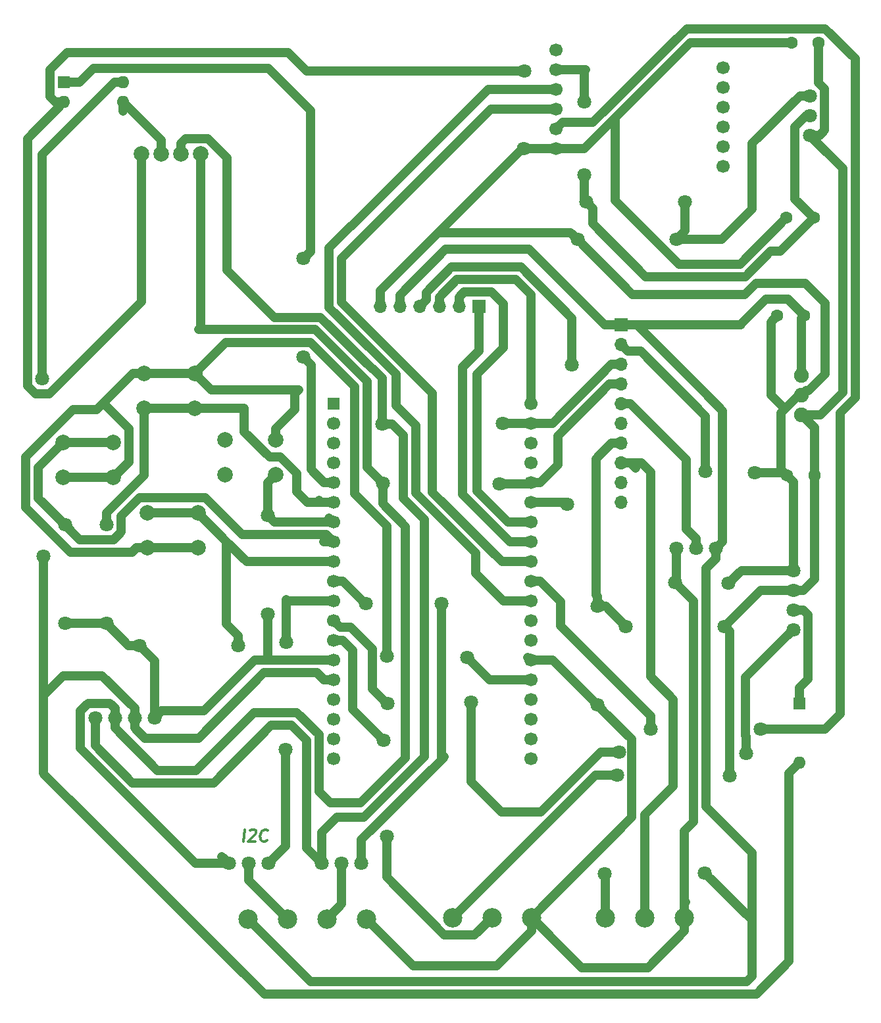
<source format=gbr>
G04 #@! TF.GenerationSoftware,KiCad,Pcbnew,(5.1.4)-1*
G04 #@! TF.CreationDate,2021-01-15T10:18:38-05:00*
G04 #@! TF.ProjectId,DATALITE,44415441-4c49-4544-952e-6b696361645f,rev?*
G04 #@! TF.SameCoordinates,Original*
G04 #@! TF.FileFunction,Copper,L1,Top*
G04 #@! TF.FilePolarity,Positive*
%FSLAX46Y46*%
G04 Gerber Fmt 4.6, Leading zero omitted, Abs format (unit mm)*
G04 Created by KiCad (PCBNEW (5.1.4)-1) date 2021-01-15 10:18:38*
%MOMM*%
%LPD*%
G04 APERTURE LIST*
%ADD10C,0.375000*%
%ADD11C,2.500000*%
%ADD12R,1.560000X1.560000*%
%ADD13C,1.700000*%
%ADD14C,1.600000*%
%ADD15C,1.800000*%
%ADD16R,1.700000X1.700000*%
%ADD17O,1.700000X1.700000*%
%ADD18C,2.000000*%
%ADD19R,1.600000X1.600000*%
%ADD20O,1.600000X1.600000*%
%ADD21C,1.905000*%
%ADD22C,1.200000*%
G04 APERTURE END LIST*
D10*
X29273549Y21271428D02*
X29461049Y22771428D01*
X30086049Y22628571D02*
X30166406Y22700000D01*
X30318191Y22771428D01*
X30675334Y22771428D01*
X30809263Y22700000D01*
X30871763Y22628571D01*
X30925334Y22485714D01*
X30907477Y22342857D01*
X30809263Y22128571D01*
X29844977Y21271428D01*
X30773549Y21271428D01*
X32291406Y21414285D02*
X32211049Y21342857D01*
X31987834Y21271428D01*
X31844977Y21271428D01*
X31639620Y21342857D01*
X31514620Y21485714D01*
X31461049Y21628571D01*
X31425334Y21914285D01*
X31452120Y22128571D01*
X31559263Y22414285D01*
X31648549Y22557142D01*
X31809263Y22700000D01*
X32032477Y22771428D01*
X32175334Y22771428D01*
X32380691Y22700000D01*
X32443191Y22628571D01*
D11*
X34930000Y11250000D03*
X40010000Y11250000D03*
X29850000Y11250000D03*
X45090000Y11250000D03*
D12*
X40850000Y77610000D03*
D13*
X40850000Y75070000D03*
X40850000Y31890000D03*
X40850000Y72530000D03*
X40850000Y69990000D03*
X40850000Y67450000D03*
X40850000Y64910000D03*
X40850000Y62370000D03*
X40850000Y59830000D03*
X40850000Y57290000D03*
X40850000Y54750000D03*
X40850000Y52210000D03*
X40850000Y49670000D03*
X40850000Y47130000D03*
X40850000Y44590000D03*
X40850000Y42050000D03*
X40850000Y39510000D03*
X40850000Y36970000D03*
X40850000Y34430000D03*
X66250000Y77610000D03*
X66250000Y75070000D03*
X66250000Y72530000D03*
X66250000Y69990000D03*
X66250000Y67450000D03*
X66250000Y64910000D03*
X66250000Y62370000D03*
X66250000Y59830000D03*
X66250000Y57290000D03*
X66250000Y54750000D03*
X66250000Y52210000D03*
X66250000Y49670000D03*
X66250000Y47130000D03*
X66250000Y44590000D03*
X66250000Y42050000D03*
X66250000Y39510000D03*
X66250000Y36970000D03*
X66250000Y34430000D03*
X66250000Y31890000D03*
D14*
X99250000Y68350000D03*
X102750000Y68350000D03*
X103300000Y124100000D03*
X99800000Y124100000D03*
X102650000Y101550000D03*
X99150000Y101550000D03*
X97950000Y88950000D03*
X101450000Y88950000D03*
D13*
X69500000Y110450000D03*
X69500000Y112990000D03*
X69500000Y115530000D03*
X69500000Y118070000D03*
X69500000Y120610000D03*
X69500000Y123150000D03*
X91000000Y108150000D03*
X91000000Y110690000D03*
X91000000Y113230000D03*
X91000000Y115770000D03*
X91000000Y118310000D03*
X91000000Y120850000D03*
D15*
X84950000Y58950000D03*
X87490000Y58950000D03*
X90030000Y58950000D03*
D16*
X59550000Y90150000D03*
D17*
X57010000Y90150000D03*
X54470000Y90150000D03*
X51930000Y90150000D03*
X49390000Y90150000D03*
X46850000Y90150000D03*
D16*
X77850000Y87750000D03*
D17*
X77850000Y85210000D03*
X77850000Y82670000D03*
X77850000Y80130000D03*
X77850000Y77590000D03*
X77850000Y75050000D03*
X77850000Y72510000D03*
X77850000Y69970000D03*
X77850000Y67430000D03*
X77850000Y64890000D03*
D15*
X10200000Y37150000D03*
X12740000Y37150000D03*
X15280000Y37150000D03*
X17820000Y37150000D03*
X100050000Y56150000D03*
X100050000Y53610000D03*
X100050000Y51070000D03*
X100050000Y48530000D03*
X39370000Y18400000D03*
X41910000Y18400000D03*
X44450000Y18400000D03*
X32500000Y18400000D03*
X29960000Y18400000D03*
X27420000Y18400000D03*
D11*
X75840000Y11450000D03*
X80920000Y11450000D03*
X86000000Y11450000D03*
X66360000Y11450000D03*
X61280000Y11450000D03*
X56200000Y11450000D03*
D15*
X37000000Y96300000D03*
X37000000Y83600000D03*
X72250000Y98750000D03*
X84950000Y98750000D03*
X73350000Y103650000D03*
X86050000Y103650000D03*
X91200000Y48950000D03*
X78500000Y48950000D03*
X74800000Y38850000D03*
X74800000Y51550000D03*
X6300000Y49300000D03*
X6300000Y62000000D03*
X11650000Y49300000D03*
X11650000Y62000000D03*
X28600000Y46450000D03*
X15900000Y46450000D03*
X32400000Y63250000D03*
X32400000Y50550000D03*
D18*
X6050000Y68100000D03*
X6050000Y72600000D03*
X12550000Y68100000D03*
X12550000Y72600000D03*
X23000000Y81500000D03*
X23000000Y77000000D03*
X16500000Y81500000D03*
X16500000Y77000000D03*
X23400000Y63550000D03*
X23400000Y59050000D03*
X16900000Y63550000D03*
X16900000Y59050000D03*
X26900000Y68450000D03*
X26900000Y72950000D03*
X33400000Y68450000D03*
X33400000Y72950000D03*
D19*
X6200000Y119000000D03*
D20*
X13820000Y116460000D03*
X6200000Y116460000D03*
X13820000Y119000000D03*
D21*
X101100000Y76200000D03*
X101100000Y78740000D03*
X101100000Y81280000D03*
D18*
X23750000Y109750000D03*
X21210000Y109750000D03*
X16130000Y109750000D03*
X18670000Y109750000D03*
D15*
X102150000Y117250000D03*
X102150000Y114710000D03*
X102150000Y112170000D03*
D19*
X100800000Y39000000D03*
D20*
X100800000Y31380000D03*
D15*
X95050000Y68750000D03*
X88700000Y68900000D03*
X65350000Y110500000D03*
X65450000Y120450000D03*
X47800000Y39050000D03*
X58550000Y39150000D03*
X77650000Y32750000D03*
X94000000Y32550000D03*
X88650000Y17150000D03*
X75800000Y17050000D03*
X91700000Y54500000D03*
X84800000Y54600000D03*
X54750000Y51900000D03*
X45000000Y51900000D03*
X34800000Y46850000D03*
X34700000Y33100000D03*
X47350000Y34250000D03*
X47700000Y21900000D03*
X91850000Y29700000D03*
X77350000Y29800000D03*
X95800000Y35750000D03*
X81650000Y35750000D03*
X73100000Y116500000D03*
X73100000Y107050000D03*
X47750000Y45100000D03*
X58050000Y44950000D03*
X3550000Y57950000D03*
X3400000Y80800000D03*
X47100000Y75000000D03*
X47200000Y67400000D03*
X62200000Y67250000D03*
X62600000Y75050000D03*
X71550000Y82600000D03*
X70950000Y64700000D03*
D22*
X6300000Y49300000D02*
X11650000Y49300000D01*
X32400000Y44780000D02*
X32590000Y44590000D01*
X32400000Y50550000D02*
X32400000Y44780000D01*
X30740000Y44590000D02*
X32590000Y44590000D01*
X32590000Y44590000D02*
X40850000Y44590000D01*
X14500000Y46450000D02*
X11650000Y49300000D01*
X15900000Y46450000D02*
X14500000Y46450000D01*
X98450001Y69149999D02*
X99250000Y68350000D01*
X98450001Y76439703D02*
X98450001Y69149999D01*
X101100000Y78740000D02*
X100750298Y78740000D01*
X46850000Y92162754D02*
X46850000Y90150000D01*
X69500000Y110450000D02*
X65137246Y110450000D01*
X6599998Y122800000D02*
X27765787Y122800000D01*
X4399999Y120600001D02*
X6599998Y122800000D01*
X4399999Y117128631D02*
X4399999Y120600001D01*
X5068630Y116460000D02*
X4399999Y117128631D01*
X6200000Y116460000D02*
X5068630Y116460000D01*
X103422792Y112170000D02*
X102150000Y112170000D01*
X104050001Y112797209D02*
X103422792Y112170000D01*
X104050001Y118162001D02*
X104050001Y112797209D01*
X103300000Y118912002D02*
X104050001Y118162001D01*
X103300000Y124100000D02*
X103300000Y118912002D01*
X102750000Y74550000D02*
X101100000Y76200000D01*
X102750000Y68350000D02*
X102750000Y74550000D01*
X104450001Y109869999D02*
X103049999Y111270001D01*
X70702081Y120610000D02*
X69500000Y120610000D01*
X97112753Y97249999D02*
X93862745Y93999990D01*
X98349999Y97249999D02*
X97112753Y97249999D01*
X102650000Y101550000D02*
X98349999Y97249999D01*
X101660000Y114710000D02*
X102150000Y114710000D01*
X100249999Y113299999D02*
X101660000Y114710000D01*
X100249999Y103950001D02*
X100249999Y113299999D01*
X102650000Y101550000D02*
X100249999Y103950001D01*
X101100000Y88600000D02*
X101450000Y88950000D01*
X101100000Y81280000D02*
X101100000Y88600000D01*
X79900000Y87750000D02*
X77850000Y87750000D01*
X88780000Y78870000D02*
X79900000Y87750000D01*
X75800000Y87750000D02*
X72350000Y91200000D01*
X72350000Y91200000D02*
X71549999Y92000001D01*
X75800000Y87750000D02*
X77850000Y87750000D01*
X66062746Y97487254D02*
X75800000Y87750000D01*
X55287254Y97487254D02*
X66062746Y97487254D01*
X49390000Y90150000D02*
X49390000Y91590000D01*
X49390000Y91590000D02*
X55287254Y97487254D01*
X77850000Y77590000D02*
X79052081Y77590000D01*
X66250000Y59830000D02*
X65047919Y59830000D01*
X61200001Y92000001D02*
X62750000Y90450002D01*
X57657920Y92000001D02*
X61200001Y92000001D01*
X57010000Y90150000D02*
X57010000Y91352081D01*
X57010000Y91352081D02*
X57657920Y92000001D01*
X65047919Y62370000D02*
X66250000Y62370000D01*
X66250000Y62370000D02*
X63330000Y62370000D01*
X63330000Y62370000D02*
X59350000Y66350000D01*
X59350000Y66350000D02*
X59350000Y81400000D01*
X62750000Y84800000D02*
X62750000Y90450002D01*
X59350000Y81400000D02*
X62750000Y84800000D01*
X56717930Y93600011D02*
X64349989Y93600011D01*
X54470000Y90150000D02*
X54470000Y91352081D01*
X54470000Y91352081D02*
X56717930Y93600011D01*
X66250000Y91700000D02*
X66250000Y77610000D01*
X64349989Y93600011D02*
X66250000Y91700000D01*
X71550000Y83872792D02*
X71550000Y82600000D01*
X71550000Y88662755D02*
X71550000Y83872792D01*
X65012734Y95200021D02*
X71550000Y88662755D01*
X52779999Y91924834D02*
X56055185Y95200021D01*
X52779999Y90999999D02*
X52779999Y91924834D01*
X56055185Y95200021D02*
X65012734Y95200021D01*
X51930000Y90150000D02*
X52779999Y90999999D01*
X70740000Y64910000D02*
X70950000Y64700000D01*
X66250000Y64910000D02*
X70740000Y64910000D01*
X67452081Y75070000D02*
X66250000Y75070000D01*
X69047919Y75070000D02*
X67452081Y75070000D01*
X76647919Y82670000D02*
X69047919Y75070000D01*
X77850000Y82670000D02*
X76647919Y82670000D01*
X62620000Y75070000D02*
X62600000Y75050000D01*
X66250000Y75070000D02*
X62620000Y75070000D01*
X21795788Y111750001D02*
X21210000Y111164213D01*
X24710001Y111750001D02*
X21795788Y111750001D01*
X21210000Y111164213D02*
X21210000Y109750000D01*
X27200000Y94800000D02*
X27200000Y109260002D01*
X33249990Y88750010D02*
X27200000Y94800000D01*
X27200000Y109260002D02*
X24710001Y111750001D01*
X76370674Y80130000D02*
X77850000Y80130000D01*
X69750000Y73509326D02*
X76370674Y80130000D01*
X69750000Y69747919D02*
X69750000Y73509326D01*
X66250000Y67450000D02*
X67452081Y67450000D01*
X67452081Y67450000D02*
X69750000Y69747919D01*
X66050000Y67250000D02*
X66250000Y67450000D01*
X62200000Y67250000D02*
X66050000Y67250000D01*
X8200000Y119000000D02*
X6200000Y119000000D01*
X10000001Y120800001D02*
X8200000Y119000000D01*
X32499999Y120800001D02*
X10000001Y120800001D01*
X37899999Y115400001D02*
X32499999Y120800001D01*
X37000000Y96300000D02*
X37899999Y97199999D01*
X37899999Y97199999D02*
X37899999Y115400001D01*
X37899999Y82700001D02*
X37000000Y83600000D01*
X37960009Y82639991D02*
X37899999Y82700001D01*
X37960009Y69137910D02*
X37960009Y82639991D01*
X39647919Y67450000D02*
X37960009Y69137910D01*
X40850000Y67450000D02*
X39647919Y67450000D01*
X40850000Y59830000D02*
X39647919Y59830000D01*
X5050001Y71600001D02*
X6050000Y72600000D01*
X2850000Y69400000D02*
X5050001Y71600001D01*
X2850000Y65450000D02*
X2850000Y69400000D01*
X6300000Y62000000D02*
X2850000Y65450000D01*
X12550000Y72600000D02*
X6050000Y72600000D01*
X7199999Y61100001D02*
X6300000Y62000000D01*
X8200001Y60099999D02*
X7199999Y61100001D01*
X12562001Y60099999D02*
X8200001Y60099999D01*
X15939999Y65550001D02*
X13550001Y63160003D01*
X29140012Y60769990D02*
X24360001Y65550001D01*
X13550001Y63160003D02*
X13550001Y61087999D01*
X39910010Y60769990D02*
X29140012Y60769990D01*
X13550001Y61087999D02*
X12562001Y60099999D01*
X24360001Y65550001D02*
X15939999Y65550001D01*
X40850000Y59830000D02*
X39910010Y60769990D01*
X29400000Y73989998D02*
X29400000Y77000000D01*
X32629995Y70760003D02*
X29400000Y73989998D01*
X40850000Y64910000D02*
X39247262Y64910000D01*
X39247262Y64910000D02*
X38999999Y65157263D01*
X23000000Y77000000D02*
X29400000Y77000000D01*
X16500000Y77000000D02*
X16500000Y71550000D01*
X16500000Y68372756D02*
X16500000Y71550000D01*
X11650000Y63522756D02*
X16500000Y68372756D01*
X11650000Y62000000D02*
X11650000Y63522756D01*
X16500000Y77000000D02*
X23000000Y77000000D01*
X40850000Y64910000D02*
X37490000Y64910000D01*
X37490000Y64910000D02*
X36150000Y66250000D01*
X34049999Y70760003D02*
X32629995Y70760003D01*
X36150000Y68660002D02*
X34049999Y70760003D01*
X36150000Y66250000D02*
X36150000Y68660002D01*
X29660000Y57290000D02*
X40850000Y57290000D01*
X27049999Y59799999D02*
X27100000Y59850000D01*
X27049999Y49272793D02*
X27049999Y59799999D01*
X28600000Y47722792D02*
X27049999Y49272793D01*
X28600000Y46450000D02*
X28600000Y47722792D01*
X23400000Y63550000D02*
X27100000Y59850000D01*
X27100000Y59850000D02*
X29660000Y57290000D01*
X23400000Y63550000D02*
X16900000Y63550000D01*
X40320000Y62900000D02*
X40850000Y62370000D01*
X39647919Y62370000D02*
X40850000Y62370000D01*
X36969998Y62370000D02*
X39647919Y62370000D01*
X33280000Y62370000D02*
X32400000Y63250000D01*
X40850000Y62370000D02*
X33280000Y62370000D01*
X32400000Y67450000D02*
X33400000Y68450000D01*
X32400000Y63250000D02*
X32400000Y67450000D01*
X1249990Y70759992D02*
X7339998Y76850000D01*
X1249990Y64238008D02*
X1249990Y70759992D01*
X6988009Y58499989D02*
X1249990Y64238008D01*
X14935776Y58499989D02*
X6988009Y58499989D01*
X15485787Y59050000D02*
X14935776Y58499989D01*
X16900000Y59050000D02*
X15485787Y59050000D01*
X16900000Y59050000D02*
X23400000Y59050000D01*
X6050000Y68100000D02*
X12550000Y68100000D01*
X35900001Y78930003D02*
X36359999Y79390001D01*
X25109999Y79390001D02*
X23000000Y81500000D01*
X36359999Y79390001D02*
X25109999Y79390001D01*
X10435787Y76850000D02*
X7339998Y76850000D01*
X16500000Y81500000D02*
X15085787Y81500000D01*
X16500000Y81500000D02*
X23000000Y81500000D01*
X14550001Y74399999D02*
X11267894Y77682106D01*
X14550001Y70100001D02*
X14550001Y74399999D01*
X12550000Y68100000D02*
X14550001Y70100001D01*
X15085787Y81500000D02*
X11267894Y77682106D01*
X11267894Y77682106D02*
X10435787Y76850000D01*
X35900001Y76864214D02*
X35900001Y78930003D01*
X33400000Y74364213D02*
X35900001Y76864214D01*
X33400000Y72950000D02*
X33400000Y74364213D01*
X47750000Y46372792D02*
X47750000Y45100000D01*
X27000001Y85500001D02*
X37912001Y85500001D01*
X23000000Y81500000D02*
X27000001Y85500001D01*
X65890000Y44950000D02*
X66250000Y44590000D01*
X100049999Y67550001D02*
X99250000Y68350000D01*
X100050000Y56150000D02*
X100049999Y67550001D01*
X69060000Y44590000D02*
X74800000Y38850000D01*
X66250000Y44590000D02*
X69060000Y44590000D01*
X54337245Y99649999D02*
X54168623Y99481377D01*
X71350001Y99649999D02*
X54337245Y99649999D01*
X72250000Y98750000D02*
X71350001Y99649999D01*
X65137246Y110450000D02*
X54168623Y99481377D01*
X54168623Y99481377D02*
X46850000Y92162754D01*
X86800000Y124100000D02*
X99800000Y124100000D01*
X69500000Y110450000D02*
X73150000Y110450000D01*
X77150000Y103737998D02*
X77150000Y114450000D01*
X85287998Y95600000D02*
X77150000Y103737998D01*
X93200000Y95600000D02*
X85287998Y95600000D01*
X99150000Y101550000D02*
X93200000Y95600000D01*
X73150000Y110450000D02*
X77150000Y114450000D01*
X77150000Y114450000D02*
X86800000Y124100000D01*
X67609999Y10200001D02*
X66360000Y11450000D01*
X68610001Y9199999D02*
X67609999Y10200001D01*
X86000000Y9682234D02*
X81317766Y5000000D01*
X86000000Y11450000D02*
X86000000Y9682234D01*
X72810000Y5000000D02*
X66360000Y11450000D01*
X81317766Y5000000D02*
X72810000Y5000000D01*
X75699999Y37950001D02*
X74800000Y38850000D01*
X79250001Y34399999D02*
X75699999Y37950001D01*
X79250001Y24340001D02*
X79250001Y34399999D01*
X66360000Y11450000D02*
X79250001Y24340001D01*
X66360000Y9682234D02*
X61877766Y5200000D01*
X66360000Y11450000D02*
X66360000Y9682234D01*
X51140000Y5200000D02*
X45090000Y11250000D01*
X61877766Y5200000D02*
X51140000Y5200000D01*
X17820000Y44530000D02*
X17820000Y37150000D01*
X15900000Y46450000D02*
X17820000Y44530000D01*
X24199999Y38049999D02*
X30740000Y44590000D01*
X18719999Y38049999D02*
X24199999Y38049999D01*
X17820000Y37150000D02*
X18719999Y38049999D01*
X16130000Y108335787D02*
X16130000Y109750000D01*
X16130000Y90717998D02*
X16130000Y108335787D01*
X4312001Y78899999D02*
X16130000Y90717998D01*
X2487999Y78899999D02*
X4312001Y78899999D01*
X1499999Y79887999D02*
X2487999Y78899999D01*
X1499999Y111759999D02*
X1499999Y79887999D01*
X6200000Y116460000D02*
X1499999Y111759999D01*
X84950000Y54750000D02*
X84800000Y54600000D01*
X84950000Y58950000D02*
X84950000Y54750000D01*
X93350000Y56150000D02*
X100050000Y56150000D01*
X91700000Y54500000D02*
X93350000Y56150000D01*
X86000000Y13217766D02*
X86000000Y11450000D01*
X86200008Y13417774D02*
X86000000Y13217766D01*
X86000000Y11450000D02*
X86000000Y22550000D01*
X85699999Y53700001D02*
X84800000Y54600000D01*
X87179990Y52220010D02*
X85699999Y53700001D01*
X87179990Y23729990D02*
X87179990Y52220010D01*
X86000000Y22550000D02*
X87179990Y23729990D01*
X97150001Y78749999D02*
X98955149Y76944851D01*
X97150001Y88150001D02*
X97150001Y78749999D01*
X97950000Y88950000D02*
X97150001Y88150001D01*
X100750298Y78740000D02*
X98955149Y76944851D01*
X98955149Y76944851D02*
X98450001Y76439703D01*
X102037201Y79327499D02*
X104100000Y81390298D01*
X101677499Y79327499D02*
X102037201Y79327499D01*
X101100000Y78740000D02*
X101100000Y78750000D01*
X101100000Y78750000D02*
X101677499Y79327499D01*
X104100000Y81390298D02*
X104100000Y90600000D01*
X95225510Y93100000D02*
X93775510Y91650000D01*
X104100000Y90600000D02*
X101600000Y93100000D01*
X101600000Y93100000D02*
X95225510Y93100000D01*
X79350000Y91650000D02*
X72250000Y98750000D01*
X93775510Y91650000D02*
X79350000Y91650000D01*
X37400000Y120450000D02*
X35050000Y122800000D01*
X65450000Y120450000D02*
X37400000Y120450000D01*
X27765787Y122800000D02*
X35050000Y122800000D01*
X78699999Y84360001D02*
X80389999Y84360001D01*
X77850000Y85210000D02*
X78699999Y84360001D01*
X88700000Y76050000D02*
X88700000Y68900000D01*
X80389999Y84360001D02*
X88700000Y76050000D01*
X98850000Y68750000D02*
X99250000Y68350000D01*
X95050000Y68750000D02*
X98850000Y68750000D01*
X74550000Y29800000D02*
X77350000Y29800000D01*
X56200000Y11450000D02*
X74550000Y29800000D01*
X95860000Y53610000D02*
X100050000Y53610000D01*
X91200000Y48950000D02*
X95860000Y53610000D01*
X91850000Y48300000D02*
X91200000Y48950000D01*
X91850000Y29700000D02*
X91850000Y48300000D01*
X102750000Y67218630D02*
X102750000Y68350000D01*
X102750000Y55037208D02*
X102750000Y67218630D01*
X101322792Y53610000D02*
X102750000Y55037208D01*
X100050000Y53610000D02*
X101322792Y53610000D01*
X103049999Y111270001D02*
X102150000Y112170000D01*
X101100000Y76200000D02*
X103550000Y76200000D01*
X103550000Y76200000D02*
X106400000Y79050000D01*
X106400000Y107920000D02*
X102150000Y112170000D01*
X106400000Y79050000D02*
X106400000Y107920000D01*
X69500000Y120610000D02*
X73290000Y120610000D01*
X73100000Y120420000D02*
X73100000Y116500000D01*
X73290000Y120610000D02*
X73100000Y120420000D01*
X73100000Y103900000D02*
X73350000Y103650000D01*
X73100000Y107050000D02*
X73100000Y103900000D01*
X74249999Y102750001D02*
X74249999Y100800001D01*
X73350000Y103650000D02*
X74249999Y102750001D01*
X81050010Y93999990D02*
X87799990Y93999990D01*
X74249999Y100800001D02*
X81050010Y93999990D01*
X93862745Y93999990D02*
X87799990Y93999990D01*
X87799990Y93999990D02*
X86650010Y93999990D01*
X94750000Y19750000D02*
X88780000Y25720000D01*
X29850000Y11250000D02*
X34500000Y6600000D01*
X37899990Y3200010D02*
X94050010Y3200010D01*
X29850000Y11250000D02*
X37899990Y3200010D01*
X94050010Y3200010D02*
X94750000Y3900000D01*
X94750000Y13550000D02*
X94750000Y13600000D01*
X94750000Y13600000D02*
X94750000Y19750000D01*
X88780000Y25720000D02*
X88780000Y40067998D01*
X90929999Y76720001D02*
X88780000Y78870000D01*
X90929999Y59849999D02*
X90929999Y76720001D01*
X90030000Y58950000D02*
X90929999Y59849999D01*
X88780000Y56427208D02*
X88780000Y40067998D01*
X90030000Y57677208D02*
X88780000Y56427208D01*
X90030000Y58950000D02*
X90030000Y57677208D01*
X75840000Y17010000D02*
X75800000Y17050000D01*
X75840000Y11450000D02*
X75840000Y17010000D01*
X94600000Y11200000D02*
X94750000Y11200000D01*
X88650000Y17150000D02*
X94600000Y11200000D01*
X94750000Y3900000D02*
X94750000Y11200000D01*
X94750000Y11200000D02*
X94750000Y13600000D01*
X96500000Y91050000D02*
X93200000Y87750000D01*
X99350000Y91050000D02*
X96500000Y91050000D01*
X101450000Y88950000D02*
X99350000Y91050000D01*
X93282962Y87750000D02*
X93200000Y87750000D01*
X93200000Y87750000D02*
X79900000Y87750000D01*
X81650001Y37199999D02*
X81650001Y37399999D01*
X81650001Y37399999D02*
X70050000Y49000000D01*
X67452081Y54750000D02*
X66250000Y54750000D01*
X70050000Y52152081D02*
X67452081Y54750000D01*
X70050000Y49000000D02*
X70050000Y52152081D01*
X81650001Y37022793D02*
X81650001Y37399999D01*
X81650000Y35750000D02*
X81650001Y37022793D01*
X70349999Y113839999D02*
X69500000Y112990000D01*
X86337247Y125900001D02*
X74277245Y113839999D01*
X104164001Y125900001D02*
X86337247Y125900001D01*
X95800000Y35750000D02*
X104150000Y35750000D01*
X104150000Y35750000D02*
X106050011Y37650011D01*
X106050011Y37650011D02*
X106050011Y76437257D01*
X106050011Y76437257D02*
X108000010Y78387255D01*
X74277245Y113839999D02*
X70349999Y113839999D01*
X108000010Y78387255D02*
X108000010Y122063992D01*
X108000010Y122063992D02*
X104164001Y125900001D01*
X69500000Y115530000D02*
X61080000Y115530000D01*
X41900000Y90675508D02*
X53600000Y78975508D01*
X61080000Y115530000D02*
X41900000Y96350000D01*
X41900000Y96350000D02*
X41900000Y90675508D01*
X65047919Y57290000D02*
X66250000Y57290000D01*
X62535509Y57290000D02*
X65047919Y57290000D01*
X53600000Y66225509D02*
X62535509Y57290000D01*
X53600000Y78975508D02*
X53600000Y66225509D01*
X60770000Y118070000D02*
X69500000Y118070000D01*
X43150000Y100450000D02*
X60770000Y118070000D01*
X43150000Y100450000D02*
X43100000Y100450000D01*
X43100000Y100450000D02*
X40300000Y97650000D01*
X40300000Y97650000D02*
X40300000Y90012754D01*
X40300000Y90012754D02*
X45931377Y84381377D01*
X45931377Y84381377D02*
X48462754Y81850000D01*
X48900000Y81412754D02*
X45931377Y84381377D01*
X48900000Y77400000D02*
X48900000Y81412754D01*
X51450010Y74849990D02*
X48900000Y77400000D01*
X51450010Y66112745D02*
X51450010Y74849990D01*
X65047919Y52210000D02*
X65007919Y52250000D01*
X66250000Y52210000D02*
X65047919Y52210000D01*
X65007919Y52250000D02*
X62700000Y52250000D01*
X62700000Y52250000D02*
X59206377Y55743623D01*
X59206377Y55743623D02*
X59206377Y58356377D01*
X59206377Y58356377D02*
X51450010Y66112745D01*
X79052081Y77590000D02*
X86240000Y70402081D01*
X86240000Y61472792D02*
X86240000Y70402081D01*
X87490000Y60222792D02*
X86240000Y61472792D01*
X87490000Y58950000D02*
X87490000Y60222792D01*
X59550000Y84400000D02*
X59550000Y90150000D01*
X63607246Y59830000D02*
X63870000Y59830000D01*
X57500000Y65937246D02*
X63607246Y59830000D01*
X57500000Y82350000D02*
X57500000Y65937246D01*
X57500000Y82350000D02*
X59550000Y84400000D01*
X63870000Y59830000D02*
X66250000Y59830000D01*
X48372792Y75000000D02*
X49850000Y73522792D01*
X49850000Y73522792D02*
X49850000Y65450000D01*
X47100000Y75000000D02*
X48372792Y75000000D01*
X49850000Y65450000D02*
X52600000Y62700000D01*
X45875252Y82074768D02*
X39200010Y88750010D01*
X45975232Y82074768D02*
X45875252Y82074768D01*
X47100000Y80950000D02*
X45975232Y82074768D01*
X47100000Y75000000D02*
X47100000Y80950000D01*
X39200010Y88750010D02*
X33249990Y88750010D01*
X39370000Y18400000D02*
X39370000Y20620000D01*
X10200000Y33600000D02*
X10200000Y37150000D01*
X15000008Y28799992D02*
X10200000Y33600000D01*
X37399989Y20370011D02*
X37399989Y34250011D01*
X39370000Y18400000D02*
X37399989Y20370011D01*
X37399989Y34250011D02*
X35450000Y36200000D01*
X35450000Y36200000D02*
X32850000Y36200000D01*
X32850000Y36200000D02*
X25449992Y28799992D01*
X25449992Y28799992D02*
X15000008Y28799992D01*
X39370000Y18400000D02*
X39370000Y22420000D01*
X39370000Y22420000D02*
X41300000Y24350000D01*
X52600000Y32187245D02*
X52600000Y32700000D01*
X44762755Y24350000D02*
X52600000Y32187245D01*
X41300000Y24350000D02*
X44762755Y24350000D01*
X52600000Y62700000D02*
X52600000Y32700000D01*
X23750000Y109750000D02*
X23750000Y87350000D01*
X23750000Y87350000D02*
X23550000Y87150000D01*
X46300001Y68299999D02*
X47200000Y67400000D01*
X23550000Y87150000D02*
X38524757Y87150000D01*
X38524757Y87150000D02*
X45199999Y80474758D01*
X45199999Y80474758D02*
X45199999Y69400001D01*
X45199999Y69400001D02*
X46300001Y68299999D01*
X50125000Y61787755D02*
X50125000Y31975000D01*
X47200000Y64712755D02*
X50125000Y61787755D01*
X47200000Y67400000D02*
X47200000Y64712755D01*
X27420000Y18400000D02*
X26520001Y19299999D01*
X30650000Y37850000D02*
X36150000Y37850000D01*
X38999999Y35000001D02*
X38999999Y27700001D01*
X36150000Y37850000D02*
X38999999Y35000001D01*
X40475000Y26225000D02*
X44375000Y26225000D01*
X38999999Y27700001D02*
X40475000Y26225000D01*
X50125000Y31975000D02*
X44375000Y26225000D01*
X23200000Y30400000D02*
X30650000Y37850000D01*
X18217208Y30400000D02*
X23200000Y30400000D01*
X12740000Y35877208D02*
X18217208Y30400000D01*
X12740000Y37150000D02*
X12740000Y35877208D01*
X12740000Y38422792D02*
X12740000Y37150000D01*
X9287999Y39050001D02*
X12112791Y39050001D01*
X8299999Y38062001D02*
X9287999Y39050001D01*
X8299999Y33237247D02*
X8299999Y38062001D01*
X23137246Y18400000D02*
X8299999Y33237247D01*
X12112791Y39050001D02*
X12740000Y38422792D01*
X27420000Y18400000D02*
X23137246Y18400000D01*
X75150000Y51900000D02*
X74800000Y51550000D01*
X76647919Y72510000D02*
X77850000Y72510000D01*
X74650000Y70512081D02*
X76647919Y72510000D01*
X74650000Y52972792D02*
X74650000Y70512081D01*
X74800000Y52822792D02*
X74650000Y52972792D01*
X74800000Y51550000D02*
X74800000Y52822792D01*
X75900000Y51550000D02*
X78500000Y48950000D01*
X74800000Y51550000D02*
X75900000Y51550000D01*
X79052081Y69970000D02*
X77850000Y69970000D01*
X79700001Y69322080D02*
X79052081Y69970000D01*
X80530000Y69970000D02*
X77850000Y69970000D01*
X80920000Y24670000D02*
X84600000Y28350000D01*
X80920000Y11450000D02*
X80920000Y24670000D01*
X84600000Y28350000D02*
X84600000Y39550000D01*
X81650000Y42500000D02*
X81650000Y68850000D01*
X81650000Y68850000D02*
X80530000Y69970000D01*
X84600000Y39550000D02*
X81650000Y42500000D01*
X99490001Y5809999D02*
X95280002Y1600000D01*
X100800000Y31380000D02*
X99490001Y30070001D01*
X99490001Y30070001D02*
X99490001Y5809999D01*
X95280002Y1600000D02*
X31950000Y1600000D01*
X39647919Y42050000D02*
X38747918Y42950001D01*
X40850000Y42050000D02*
X39647919Y42050000D01*
X38747918Y42950001D02*
X31900001Y42950001D01*
X31900001Y42950001D02*
X23500000Y34550000D01*
X15280000Y35877208D02*
X15280000Y37150000D01*
X16607208Y34550000D02*
X15280000Y35877208D01*
X23500000Y34550000D02*
X16607208Y34550000D01*
X11102792Y42600000D02*
X11000000Y42600000D01*
X15280000Y38422792D02*
X11102792Y42600000D01*
X15280000Y37150000D02*
X15280000Y38422792D01*
X3550000Y30000000D02*
X3750000Y29800000D01*
X31950000Y1600000D02*
X3750000Y29800000D01*
X6100000Y42600000D02*
X3550000Y40050000D01*
X11102792Y42600000D02*
X6100000Y42600000D01*
X3550000Y57950000D02*
X3550000Y40050000D01*
X3550000Y40050000D02*
X3550000Y30000000D01*
X12688630Y119000000D02*
X13820000Y119000000D01*
X3400000Y109711370D02*
X12688630Y119000000D01*
X3400000Y80800000D02*
X3400000Y109711370D01*
X45849999Y46012001D02*
X45849999Y40900001D01*
X43041999Y48820001D02*
X45849999Y46012001D01*
X40850000Y49670000D02*
X41699999Y48820001D01*
X41699999Y48820001D02*
X43041999Y48820001D01*
X45849999Y40900001D02*
X47650000Y39100000D01*
X58550000Y39150000D02*
X58550000Y28950000D01*
X76377208Y32750000D02*
X77650000Y32750000D01*
X75237246Y32750000D02*
X76377208Y32750000D01*
X67537246Y25050000D02*
X75237246Y32750000D01*
X62450000Y25050000D02*
X67537246Y25050000D01*
X58550000Y28950000D02*
X62450000Y25050000D01*
X99150001Y47630001D02*
X100050000Y48530000D01*
X93899999Y42379999D02*
X99150001Y47630001D01*
X93899999Y34837999D02*
X93899999Y42379999D01*
X94000000Y34737998D02*
X93899999Y34837999D01*
X94000000Y32550000D02*
X94000000Y34737998D01*
X29960000Y16220000D02*
X34930000Y11250000D01*
X29960000Y18400000D02*
X29960000Y16220000D01*
X44450000Y18400000D02*
X44450000Y21462002D01*
X42052081Y54750000D02*
X40850000Y54750000D01*
X44900000Y51902081D02*
X42052081Y54750000D01*
X54750000Y31762002D02*
X54568999Y31581001D01*
X54750000Y51900000D02*
X54750000Y31762002D01*
X44450000Y21462002D02*
X54568999Y31581001D01*
X54568999Y31581001D02*
X55100000Y32112002D01*
X34700000Y20600000D02*
X32500000Y18400000D01*
X34700000Y33100000D02*
X34700000Y20600000D01*
X34800000Y46850000D02*
X34800000Y52350000D01*
X39647919Y52210000D02*
X40850000Y52210000D01*
X34940000Y52210000D02*
X39647919Y52210000D01*
X34800000Y52350000D02*
X34940000Y52210000D01*
X41910000Y13150000D02*
X40010000Y11250000D01*
X41910000Y18400000D02*
X41910000Y13150000D01*
X47700000Y20627208D02*
X47700000Y21900000D01*
X47700000Y16619998D02*
X47700000Y20627208D01*
X55119999Y9199999D02*
X47700000Y16619998D01*
X59029999Y9199999D02*
X55119999Y9199999D01*
X61280000Y11450000D02*
X59029999Y9199999D01*
X47350000Y34250000D02*
X43350000Y38250000D01*
X42052081Y47130000D02*
X40850000Y47130000D01*
X43350000Y45832081D02*
X42052081Y47130000D01*
X43350000Y38250000D02*
X43350000Y45832081D01*
X60950000Y42050000D02*
X58050000Y44950000D01*
X66250000Y42050000D02*
X60950000Y42050000D01*
X43599989Y79812013D02*
X43599989Y66050011D01*
X37912001Y85500001D02*
X43599989Y79812013D01*
X47750000Y61900000D02*
X47750000Y45100000D01*
X43599989Y66050011D02*
X47750000Y61900000D01*
X13820000Y116460000D02*
X13820000Y115328630D01*
X18670000Y111610000D02*
X13820000Y116460000D01*
X18670000Y109750000D02*
X18670000Y111610000D01*
X102150000Y117250000D02*
X101877998Y117250000D01*
X84950000Y98750000D02*
X84950000Y98900000D01*
X86050000Y99850000D02*
X84950000Y98750000D01*
X86050000Y103650000D02*
X86050000Y99850000D01*
X100877208Y117250000D02*
X102150000Y117250000D01*
X94750000Y111122792D02*
X100877208Y117250000D01*
X94750000Y102700000D02*
X94750000Y111122792D01*
X90800000Y98750000D02*
X94750000Y102700000D01*
X84950000Y98750000D02*
X90800000Y98750000D01*
X101322792Y51070000D02*
X100050000Y51070000D01*
X101950001Y50442791D02*
X101322792Y51070000D01*
X101950001Y42150001D02*
X101950001Y50442791D01*
X100800000Y41000000D02*
X101950001Y42150001D01*
X100800000Y39000000D02*
X100800000Y41000000D01*
M02*

</source>
